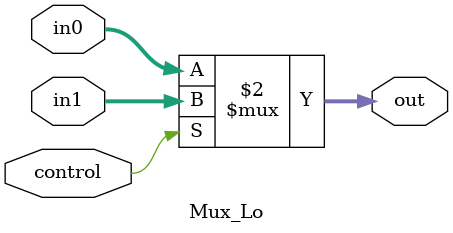
<source format=v>
module Mux_Lo(
    input wire [31:0] in0,
    input wire  [31:0] in1,
    input wire  control,
    output wire [31:0] out
    );

    assign out = (control == 1'b0) ? in0:
                 in1;
                 
endmodule
</source>
